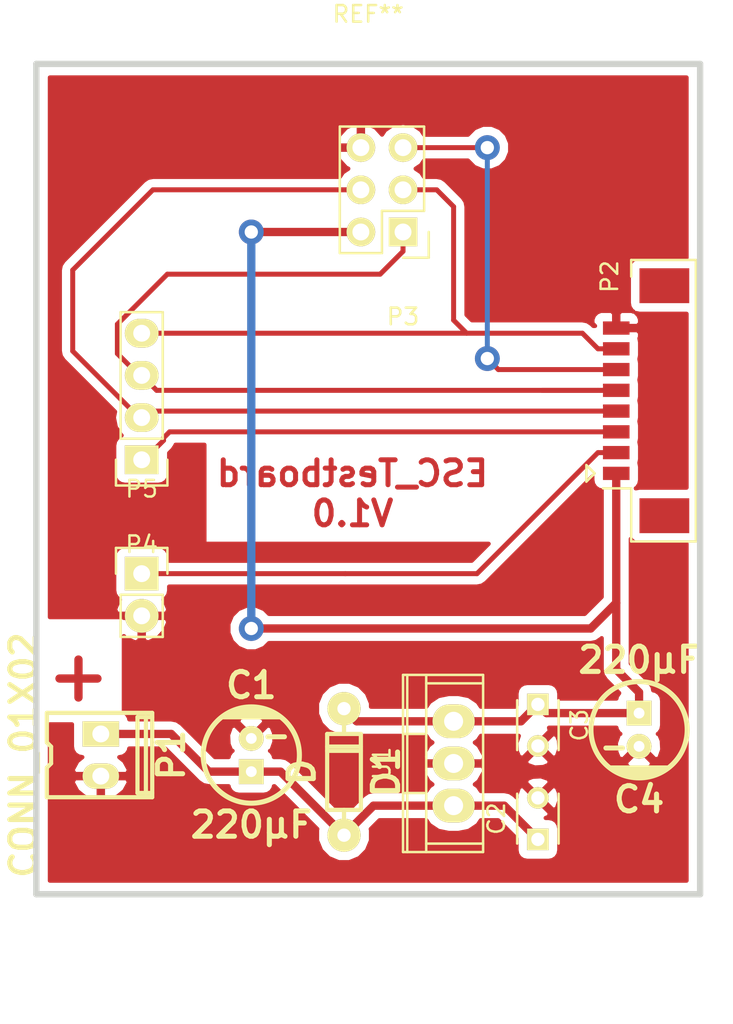
<source format=kicad_pcb>
(kicad_pcb (version 4) (host pcbnew 4.0.0-rc1-stable)

  (general
    (links 26)
    (no_connects 0)
    (area 120.096 48.13736 164.903 110.43724)
    (thickness 1.6)
    (drawings 2)
    (tracks 67)
    (zones 0)
    (modules 12)
    (nets 10)
  )

  (page A4)
  (layers
    (0 F.Cu signal)
    (31 B.Cu signal)
    (32 B.Adhes user)
    (33 F.Adhes user)
    (34 B.Paste user)
    (35 F.Paste user)
    (36 B.SilkS user)
    (37 F.SilkS user)
    (38 B.Mask user)
    (39 F.Mask user)
    (40 Dwgs.User user)
    (41 Cmts.User user)
    (42 Eco1.User user)
    (43 Eco2.User user)
    (44 Edge.Cuts user)
    (45 Margin user)
    (46 B.CrtYd user)
    (47 F.CrtYd user)
    (48 B.Fab user)
    (49 F.Fab user)
  )

  (setup
    (last_trace_width 0.3)
    (trace_clearance 0.3)
    (zone_clearance 0.5)
    (zone_45_only yes)
    (trace_min 0.2)
    (segment_width 0.2)
    (edge_width 0.15)
    (via_size 1.5)
    (via_drill 0.8)
    (via_min_size 0.4)
    (via_min_drill 0.3)
    (uvia_size 0.3)
    (uvia_drill 0.1)
    (uvias_allowed no)
    (uvia_min_size 0.2)
    (uvia_min_drill 0.1)
    (pcb_text_width 0.3)
    (pcb_text_size 1.5 1.5)
    (mod_edge_width 0.15)
    (mod_text_size 1 1)
    (mod_text_width 0.15)
    (pad_size 1.524 1.524)
    (pad_drill 0.762)
    (pad_to_mask_clearance 0.2)
    (aux_axis_origin 0 0)
    (visible_elements 7FFFFFFF)
    (pcbplotparams
      (layerselection 0x00000_80000000)
      (usegerberextensions false)
      (excludeedgelayer true)
      (linewidth 0.100000)
      (plotframeref false)
      (viasonmask false)
      (mode 1)
      (useauxorigin false)
      (hpglpennumber 1)
      (hpglpenspeed 20)
      (hpglpendiameter 15)
      (hpglpenoverlay 2)
      (psnegative false)
      (psa4output false)
      (plotreference true)
      (plotvalue true)
      (plotinvisibletext false)
      (padsonsilk false)
      (subtractmaskfromsilk false)
      (outputformat 1)
      (mirror false)
      (drillshape 0)
      (scaleselection 1)
      (outputdirectory ""))
  )

  (net 0 "")
  (net 1 "Net-(C1-Pad1)")
  (net 2 GND)
  (net 3 +5V)
  (net 4 /PPM)
  (net 5 /SS)
  (net 6 /MOSI)
  (net 7 /MISO)
  (net 8 /Reset)
  (net 9 /SCK)

  (net_class Default "Dies ist die voreingestellte Netzklasse."
    (clearance 0.3)
    (trace_width 0.3)
    (via_dia 1.5)
    (via_drill 0.8)
    (uvia_dia 0.3)
    (uvia_drill 0.1)
    (add_net /MISO)
    (add_net /MOSI)
    (add_net /PPM)
    (add_net /Reset)
    (add_net /SCK)
    (add_net /SS)
  )

  (net_class 5V ""
    (clearance 0.3)
    (trace_width 0.5)
    (via_dia 1.5)
    (via_drill 0.8)
    (uvia_dia 0.3)
    (uvia_drill 0.1)
    (add_net +5V)
  )

  (net_class Sup ""
    (clearance 0.3)
    (trace_width 0.5)
    (via_dia 1.5)
    (via_drill 0.8)
    (uvia_dia 0.3)
    (uvia_drill 0.1)
    (add_net GND)
    (add_net "Net-(C1-Pad1)")
  )

  (module Connectors_Molex:Connector_Molex_PicoBlade_53261-0871 (layer F.Cu) (tedit 0) (tstamp 564284A5)
    (at 160.528 72.644 90)
    (descr "Molex PicoBlade 1.25mm shrouded header. Right-angled, SMD. 8 ways")
    (path /56070B61)
    (fp_text reference P2 (at 7.475 -3.3 90) (layer F.SilkS)
      (effects (font (size 1 1) (thickness 0.15)))
    )
    (fp_text value CONN_BLDC (at 0 3.3 90) (layer F.Fab)
      (effects (font (size 1 1) (thickness 0.15)))
    )
    (fp_line (start -5.275 -3.7) (end -5.275 -2) (layer F.SilkS) (width 0.15))
    (fp_line (start -5.275 -2) (end -8.475 -2) (layer F.SilkS) (width 0.15))
    (fp_line (start -8.475 -2) (end -8.475 1.9) (layer F.SilkS) (width 0.15))
    (fp_line (start -8.475 1.9) (end 8.475 1.9) (layer F.SilkS) (width 0.15))
    (fp_line (start 8.475 1.9) (end 8.475 -2) (layer F.SilkS) (width 0.15))
    (fp_line (start 8.475 -2) (end 7.475 -2) (layer F.SilkS) (width 0.15))
    (fp_line (start -4.375 -4.2) (end -4.875 -4.7) (layer F.SilkS) (width 0.15))
    (fp_line (start -4.875 -4.7) (end -3.875 -4.7) (layer F.SilkS) (width 0.15))
    (fp_line (start -3.875 -4.7) (end -4.375 -4.2) (layer F.SilkS) (width 0.15))
    (fp_line (start -5.875 -2.1) (end -5.875 1.9) (layer F.Fab) (width 0.2))
    (fp_line (start -5.875 1.9) (end 5.875 1.9) (layer F.Fab) (width 0.2))
    (fp_line (start 5.875 1.9) (end 5.875 -2.1) (layer F.Fab) (width 0.2))
    (fp_line (start 5.875 -2.1) (end -5.875 -2.1) (layer F.Fab) (width 0.2))
    (fp_line (start 5.875 -1.5) (end 7.975 -1.5) (layer F.Fab) (width 0.2))
    (fp_line (start 7.975 -1.5) (end 7.975 1.5) (layer F.Fab) (width 0.2))
    (fp_line (start 7.975 1.5) (end 5.875 1.5) (layer F.Fab) (width 0.2))
    (fp_line (start -5.875 -1.5) (end -7.975 -1.5) (layer F.Fab) (width 0.2))
    (fp_line (start -7.975 -1.5) (end -7.975 1.5) (layer F.Fab) (width 0.2))
    (fp_line (start -7.975 1.5) (end -5.875 1.5) (layer F.Fab) (width 0.2))
    (fp_line (start -5.875 -2.1) (end -4.375 -0.6) (layer F.Fab) (width 0.2))
    (fp_line (start -4.375 -0.6) (end -2.875 -2.1) (layer F.Fab) (width 0.2))
    (pad 1 smd rect (at -4.375 -2.9 90) (size 0.8 1.6) (layers F.Cu F.Paste F.Mask)
      (net 3 +5V))
    (pad 2 smd rect (at -3.125 -2.9 90) (size 0.8 1.6) (layers F.Cu F.Paste F.Mask)
      (net 4 /PPM))
    (pad 3 smd rect (at -1.875 -2.9 90) (size 0.8 1.6) (layers F.Cu F.Paste F.Mask)
      (net 5 /SS))
    (pad 4 smd rect (at -0.625 -2.9 90) (size 0.8 1.6) (layers F.Cu F.Paste F.Mask)
      (net 6 /MOSI))
    (pad 5 smd rect (at 0.625 -2.9 90) (size 0.8 1.6) (layers F.Cu F.Paste F.Mask)
      (net 7 /MISO))
    (pad 6 smd rect (at 1.875 -2.9 90) (size 0.8 1.6) (layers F.Cu F.Paste F.Mask)
      (net 8 /Reset))
    (pad 7 smd rect (at 3.125 -2.9 90) (size 0.8 1.6) (layers F.Cu F.Paste F.Mask)
      (net 9 /SCK))
    (pad 8 smd rect (at 4.375 -2.9 90) (size 0.8 1.6) (layers F.Cu F.Paste F.Mask)
      (net 2 GND))
    (pad "" smd rect (at -6.925 0 90) (size 2.1 3) (layers F.Cu F.Paste F.Mask))
    (pad "" smd rect (at 6.925 0 90) (size 2.1 3) (layers F.Cu F.Paste F.Mask))
  )

  (module EuroBoard_Outline:EuroBoard_achtel_Type-I_40mmX50mm (layer F.Cu) (tedit 0) (tstamp 56071187)
    (at 122.682 102.362)
    (descr "Outline, Eurocard 1/8, Type I,  40x50mm,")
    (tags "Outline, Eurocard 1/8, Type I, 40x50mm,")
    (fp_text reference REF** (at 19.99996 -52.99964) (layer F.SilkS)
      (effects (font (size 1 1) (thickness 0.15)))
    )
    (fp_text value EuroBoard_achtel_Type-I_40mmX50mm (at 19.99996 7.00024) (layer F.Fab)
      (effects (font (size 1 1) (thickness 0.15)))
    )
    (fp_line (start 0 0) (end 39.99992 0) (layer Edge.Cuts) (width 0.381))
    (fp_line (start 39.99992 0) (end 39.99992 -49.9999) (layer Edge.Cuts) (width 0.381))
    (fp_line (start 39.99992 -49.9999) (end 0 -49.9999) (layer Edge.Cuts) (width 0.381))
    (fp_line (start 0 -49.9999) (end 0 0) (layer Edge.Cuts) (width 0.381))
  )

  (module w_capacitors:CP_5x5mm (layer F.Cu) (tedit 0) (tstamp 5607113D)
    (at 135.636 93.98)
    (descr "Capacitor, pol, cyl 5x5mm")
    (path /560710D5)
    (fp_text reference C1 (at 0 -4.2) (layer F.SilkS)
      (effects (font (thickness 0.3048)))
    )
    (fp_text value 220µF (at 0 4.2) (layer F.SilkS)
      (effects (font (thickness 0.3048)))
    )
    (fp_line (start -0.8 -2.7) (end 0.8 -2.7) (layer F.SilkS) (width 0.3048))
    (fp_line (start -1.3 -2.5) (end 1.3 -2.5) (layer F.SilkS) (width 0.3048))
    (fp_line (start -1.7 -2.3) (end 1.7 -2.3) (layer F.SilkS) (width 0.3048))
    (fp_circle (center 0 0) (end 2.9 0) (layer F.SilkS) (width 0.3048))
    (fp_line (start 1 -1.1) (end 2 -1.1) (layer F.SilkS) (width 0.3))
    (pad 1 thru_hole rect (at 0 1) (size 1.5 1.5) (drill 0.65) (layers *.Cu *.Mask F.SilkS)
      (net 1 "Net-(C1-Pad1)"))
    (pad 2 thru_hole circle (at 0 -1) (size 1.5 1.5) (drill 0.65) (layers *.Cu *.Mask F.SilkS)
      (net 2 GND))
    (model walter/capacitors/cp_5x5mm.wrl
      (at (xyz 0 0 0))
      (scale (xyz 1 1 1))
      (rotate (xyz 0 0 0))
    )
  )

  (module Capacitors_ThroughHole:C_Disc_D3_P2.5 (layer F.Cu) (tedit 0) (tstamp 56071143)
    (at 152.908 99.06 90)
    (descr "Capacitor 3mm Disc, Pitch 2.5mm")
    (tags Capacitor)
    (path /56070EF8)
    (fp_text reference C2 (at 1.25 -2.5 90) (layer F.SilkS)
      (effects (font (size 1 1) (thickness 0.15)))
    )
    (fp_text value 100nF (at 1.25 2.5 90) (layer F.Fab)
      (effects (font (size 1 1) (thickness 0.15)))
    )
    (fp_line (start -0.9 -1.5) (end 3.4 -1.5) (layer F.CrtYd) (width 0.05))
    (fp_line (start 3.4 -1.5) (end 3.4 1.5) (layer F.CrtYd) (width 0.05))
    (fp_line (start 3.4 1.5) (end -0.9 1.5) (layer F.CrtYd) (width 0.05))
    (fp_line (start -0.9 1.5) (end -0.9 -1.5) (layer F.CrtYd) (width 0.05))
    (fp_line (start -0.25 -1.25) (end 2.75 -1.25) (layer F.SilkS) (width 0.15))
    (fp_line (start 2.75 1.25) (end -0.25 1.25) (layer F.SilkS) (width 0.15))
    (pad 1 thru_hole rect (at 0 0 90) (size 1.3 1.3) (drill 0.8) (layers *.Cu *.Mask F.SilkS)
      (net 1 "Net-(C1-Pad1)"))
    (pad 2 thru_hole circle (at 2.5 0 90) (size 1.3 1.3) (drill 0.8001) (layers *.Cu *.Mask F.SilkS)
      (net 2 GND))
    (model Capacitors_ThroughHole.3dshapes/C_Disc_D3_P2.5.wrl
      (at (xyz 0.0492126 0 0))
      (scale (xyz 1 1 1))
      (rotate (xyz 0 0 0))
    )
  )

  (module Capacitors_ThroughHole:C_Disc_D3_P2.5 (layer F.Cu) (tedit 0) (tstamp 56071149)
    (at 152.908 90.932 270)
    (descr "Capacitor 3mm Disc, Pitch 2.5mm")
    (tags Capacitor)
    (path /56070FFA)
    (fp_text reference C3 (at 1.25 -2.5 270) (layer F.SilkS)
      (effects (font (size 1 1) (thickness 0.15)))
    )
    (fp_text value 100nF (at 1.25 2.5 270) (layer F.Fab)
      (effects (font (size 1 1) (thickness 0.15)))
    )
    (fp_line (start -0.9 -1.5) (end 3.4 -1.5) (layer F.CrtYd) (width 0.05))
    (fp_line (start 3.4 -1.5) (end 3.4 1.5) (layer F.CrtYd) (width 0.05))
    (fp_line (start 3.4 1.5) (end -0.9 1.5) (layer F.CrtYd) (width 0.05))
    (fp_line (start -0.9 1.5) (end -0.9 -1.5) (layer F.CrtYd) (width 0.05))
    (fp_line (start -0.25 -1.25) (end 2.75 -1.25) (layer F.SilkS) (width 0.15))
    (fp_line (start 2.75 1.25) (end -0.25 1.25) (layer F.SilkS) (width 0.15))
    (pad 1 thru_hole rect (at 0 0 270) (size 1.3 1.3) (drill 0.8) (layers *.Cu *.Mask F.SilkS)
      (net 3 +5V))
    (pad 2 thru_hole circle (at 2.5 0 270) (size 1.3 1.3) (drill 0.8001) (layers *.Cu *.Mask F.SilkS)
      (net 2 GND))
    (model Capacitors_ThroughHole.3dshapes/C_Disc_D3_P2.5.wrl
      (at (xyz 0.0492126 0 0))
      (scale (xyz 1 1 1))
      (rotate (xyz 0 0 0))
    )
  )

  (module w_capacitors:CP_5x5mm (layer F.Cu) (tedit 0) (tstamp 5607114F)
    (at 159.004 92.456 180)
    (descr "Capacitor, pol, cyl 5x5mm")
    (path /5607101F)
    (fp_text reference C4 (at 0 -4.2 180) (layer F.SilkS)
      (effects (font (thickness 0.3048)))
    )
    (fp_text value 220µF (at 0 4.2 180) (layer F.SilkS)
      (effects (font (thickness 0.3048)))
    )
    (fp_line (start -0.8 -2.7) (end 0.8 -2.7) (layer F.SilkS) (width 0.3048))
    (fp_line (start -1.3 -2.5) (end 1.3 -2.5) (layer F.SilkS) (width 0.3048))
    (fp_line (start -1.7 -2.3) (end 1.7 -2.3) (layer F.SilkS) (width 0.3048))
    (fp_circle (center 0 0) (end 2.9 0) (layer F.SilkS) (width 0.3048))
    (fp_line (start 1 -1.1) (end 2 -1.1) (layer F.SilkS) (width 0.3))
    (pad 1 thru_hole rect (at 0 1 180) (size 1.5 1.5) (drill 0.65) (layers *.Cu *.Mask F.SilkS)
      (net 3 +5V))
    (pad 2 thru_hole circle (at 0 -1 180) (size 1.5 1.5) (drill 0.65) (layers *.Cu *.Mask F.SilkS)
      (net 2 GND))
    (model walter/capacitors/cp_5x5mm.wrl
      (at (xyz 0 0 0))
      (scale (xyz 1 1 1))
      (rotate (xyz 0 0 0))
    )
  )

  (module w_pth_diodes:diode_do35 (layer F.Cu) (tedit 0) (tstamp 56071155)
    (at 141.224 94.996 90)
    (descr "Diode, DO-35 package")
    (path /5607111E)
    (fp_text reference D1 (at 0 2.54 90) (layer F.SilkS)
      (effects (font (thickness 0.3048)))
    )
    (fp_text value D (at 0 -2.54 90) (layer F.SilkS)
      (effects (font (thickness 0.3048)))
    )
    (fp_line (start 1.524 1.016) (end 1.524 -1.016) (layer F.SilkS) (width 0.254))
    (fp_line (start 1.27 -1.016) (end 1.27 1.016) (layer F.SilkS) (width 0.254))
    (fp_line (start 3.81 0) (end 2.286 0) (layer F.SilkS) (width 0.254))
    (fp_line (start -2.286 0) (end -3.81 0) (layer F.SilkS) (width 0.254))
    (fp_line (start -2.286 -1.016) (end 2.286 -1.016) (layer F.SilkS) (width 0.254))
    (fp_line (start 2.286 -1.016) (end 2.286 1.016) (layer F.SilkS) (width 0.254))
    (fp_line (start 2.286 1.016) (end -2.286 1.016) (layer F.SilkS) (width 0.254))
    (fp_line (start -2.286 1.016) (end -2.286 -1.016) (layer F.SilkS) (width 0.254))
    (pad 1 thru_hole circle (at -3.81 0 90) (size 1.99898 1.99898) (drill 0.8001) (layers *.Cu *.Mask F.SilkS)
      (net 1 "Net-(C1-Pad1)"))
    (pad 2 thru_hole circle (at 3.81 0 90) (size 1.99898 1.99898) (drill 0.8001) (layers *.Cu *.Mask F.SilkS)
      (net 3 +5V))
    (model walter/pth_diodes/diode_do35.wrl
      (at (xyz 0 0 0))
      (scale (xyz 1 1 1))
      (rotate (xyz 0 0 0))
    )
  )

  (module w_conn_kk100:kk100_22-23-2021 (layer F.Cu) (tedit 0) (tstamp 5607115B)
    (at 126.492 93.98 270)
    (descr "2 pin vert. connector, Molex KK100 series")
    (path /56070C90)
    (fp_text reference P1 (at 0 -4.318 270) (layer F.SilkS)
      (effects (font (thickness 0.3048)))
    )
    (fp_text value CONN_01X02 (at 0 4.572 270) (layer F.SilkS)
      (effects (font (thickness 0.3048)))
    )
    (fp_line (start -2.286 -2.286) (end 2.286 -2.286) (layer F.SilkS) (width 0.254))
    (fp_line (start 2.286 -2.794) (end -2.286 -2.794) (layer F.SilkS) (width 0.254))
    (fp_line (start 2.286 -2.286) (end 2.286 -3.175) (layer F.SilkS) (width 0.254))
    (fp_line (start -2.286 -2.286) (end -2.286 -3.175) (layer F.SilkS) (width 0.254))
    (fp_line (start -0.762 3.175) (end -2.54 3.175) (layer F.SilkS) (width 0.254))
    (fp_line (start 0.762 3.175) (end 2.54 3.175) (layer F.SilkS) (width 0.254))
    (fp_line (start 0.508 2.921) (end 0.762 3.175) (layer F.SilkS) (width 0.254))
    (fp_line (start -0.508 2.921) (end -0.762 3.175) (layer F.SilkS) (width 0.254))
    (fp_line (start -0.508 2.921) (end 0.508 2.921) (layer F.SilkS) (width 0.254))
    (fp_line (start 2.54 -3.175) (end 2.54 3.175) (layer F.SilkS) (width 0.254))
    (fp_line (start -2.54 3.175) (end -2.54 -3.175) (layer F.SilkS) (width 0.254))
    (fp_line (start -2.54 -3.175) (end 2.54 -3.175) (layer F.SilkS) (width 0.254))
    (pad 1 thru_hole rect (at -1.27 -0.0762 270) (size 1.524 2.1971) (drill 1.016) (layers *.Cu *.Mask F.SilkS)
      (net 1 "Net-(C1-Pad1)"))
    (pad 2 thru_hole oval (at 1.27 -0.0762 270) (size 1.524 2.1971) (drill 1.016) (layers *.Cu *.Mask F.SilkS)
      (net 2 GND))
    (model walter/conn_kk100/22-23-2021.wrl
      (at (xyz 0 0 0))
      (scale (xyz 1 1 1))
      (rotate (xyz 0 0 0))
    )
  )

  (module Pin_Headers:Pin_Header_Straight_2x03 (layer F.Cu) (tedit 54EA0A4B) (tstamp 56071171)
    (at 144.78 62.484 180)
    (descr "Through hole pin header")
    (tags "pin header")
    (path /56070D4B)
    (fp_text reference P3 (at 0 -5.1 180) (layer F.SilkS)
      (effects (font (size 1 1) (thickness 0.15)))
    )
    (fp_text value CONN_ISP (at 0 -3.1 180) (layer F.Fab)
      (effects (font (size 1 1) (thickness 0.15)))
    )
    (fp_line (start -1.27 1.27) (end -1.27 6.35) (layer F.SilkS) (width 0.15))
    (fp_line (start -1.55 -1.55) (end 0 -1.55) (layer F.SilkS) (width 0.15))
    (fp_line (start -1.75 -1.75) (end -1.75 6.85) (layer F.CrtYd) (width 0.05))
    (fp_line (start 4.3 -1.75) (end 4.3 6.85) (layer F.CrtYd) (width 0.05))
    (fp_line (start -1.75 -1.75) (end 4.3 -1.75) (layer F.CrtYd) (width 0.05))
    (fp_line (start -1.75 6.85) (end 4.3 6.85) (layer F.CrtYd) (width 0.05))
    (fp_line (start 1.27 -1.27) (end 1.27 1.27) (layer F.SilkS) (width 0.15))
    (fp_line (start 1.27 1.27) (end -1.27 1.27) (layer F.SilkS) (width 0.15))
    (fp_line (start -1.27 6.35) (end 3.81 6.35) (layer F.SilkS) (width 0.15))
    (fp_line (start 3.81 6.35) (end 3.81 1.27) (layer F.SilkS) (width 0.15))
    (fp_line (start -1.55 -1.55) (end -1.55 0) (layer F.SilkS) (width 0.15))
    (fp_line (start 3.81 -1.27) (end 1.27 -1.27) (layer F.SilkS) (width 0.15))
    (fp_line (start 3.81 1.27) (end 3.81 -1.27) (layer F.SilkS) (width 0.15))
    (pad 1 thru_hole rect (at 0 0 180) (size 1.7272 1.7272) (drill 1.016) (layers *.Cu *.Mask F.SilkS)
      (net 7 /MISO))
    (pad 2 thru_hole oval (at 2.54 0 180) (size 1.7272 1.7272) (drill 1.016) (layers *.Cu *.Mask F.SilkS)
      (net 3 +5V))
    (pad 3 thru_hole oval (at 0 2.54 180) (size 1.7272 1.7272) (drill 1.016) (layers *.Cu *.Mask F.SilkS)
      (net 9 /SCK))
    (pad 4 thru_hole oval (at 2.54 2.54 180) (size 1.7272 1.7272) (drill 1.016) (layers *.Cu *.Mask F.SilkS)
      (net 6 /MOSI))
    (pad 5 thru_hole oval (at 0 5.08 180) (size 1.7272 1.7272) (drill 1.016) (layers *.Cu *.Mask F.SilkS)
      (net 8 /Reset))
    (pad 6 thru_hole oval (at 2.54 5.08 180) (size 1.7272 1.7272) (drill 1.016) (layers *.Cu *.Mask F.SilkS)
      (net 2 GND))
    (model Pin_Headers.3dshapes/Pin_Header_Straight_2x03.wrl
      (at (xyz 0.05 -0.1 0))
      (scale (xyz 1 1 1))
      (rotate (xyz 0 0 90))
    )
  )

  (module Pin_Headers:Pin_Header_Straight_1x04 (layer F.Cu) (tedit 0) (tstamp 56071179)
    (at 129.032 76.2 180)
    (descr "Through hole pin header")
    (tags "pin header")
    (path /56070B9C)
    (fp_text reference P4 (at 0 -5.1 180) (layer F.SilkS)
      (effects (font (size 1 1) (thickness 0.15)))
    )
    (fp_text value CONN_SPI (at 0 -3.1 180) (layer F.Fab)
      (effects (font (size 1 1) (thickness 0.15)))
    )
    (fp_line (start -1.75 -1.75) (end -1.75 9.4) (layer F.CrtYd) (width 0.05))
    (fp_line (start 1.75 -1.75) (end 1.75 9.4) (layer F.CrtYd) (width 0.05))
    (fp_line (start -1.75 -1.75) (end 1.75 -1.75) (layer F.CrtYd) (width 0.05))
    (fp_line (start -1.75 9.4) (end 1.75 9.4) (layer F.CrtYd) (width 0.05))
    (fp_line (start -1.27 1.27) (end -1.27 8.89) (layer F.SilkS) (width 0.15))
    (fp_line (start 1.27 1.27) (end 1.27 8.89) (layer F.SilkS) (width 0.15))
    (fp_line (start 1.55 -1.55) (end 1.55 0) (layer F.SilkS) (width 0.15))
    (fp_line (start -1.27 8.89) (end 1.27 8.89) (layer F.SilkS) (width 0.15))
    (fp_line (start 1.27 1.27) (end -1.27 1.27) (layer F.SilkS) (width 0.15))
    (fp_line (start -1.55 0) (end -1.55 -1.55) (layer F.SilkS) (width 0.15))
    (fp_line (start -1.55 -1.55) (end 1.55 -1.55) (layer F.SilkS) (width 0.15))
    (pad 1 thru_hole rect (at 0 0 180) (size 2.032 1.7272) (drill 1.016) (layers *.Cu *.Mask F.SilkS)
      (net 5 /SS))
    (pad 2 thru_hole oval (at 0 2.54 180) (size 2.032 1.7272) (drill 1.016) (layers *.Cu *.Mask F.SilkS)
      (net 6 /MOSI))
    (pad 3 thru_hole oval (at 0 5.08 180) (size 2.032 1.7272) (drill 1.016) (layers *.Cu *.Mask F.SilkS)
      (net 7 /MISO))
    (pad 4 thru_hole oval (at 0 7.62 180) (size 2.032 1.7272) (drill 1.016) (layers *.Cu *.Mask F.SilkS)
      (net 9 /SCK))
    (model Pin_Headers.3dshapes/Pin_Header_Straight_1x04.wrl
      (at (xyz 0 -0.15 0))
      (scale (xyz 1 1 1))
      (rotate (xyz 0 0 90))
    )
  )

  (module Pin_Headers:Pin_Header_Straight_1x02 (layer F.Cu) (tedit 54EA090C) (tstamp 5607117F)
    (at 129.032 83.058)
    (descr "Through hole pin header")
    (tags "pin header")
    (path /56070C25)
    (fp_text reference P5 (at 0 -5.1) (layer F.SilkS)
      (effects (font (size 1 1) (thickness 0.15)))
    )
    (fp_text value CONN_PPM (at 0 -3.1) (layer F.Fab)
      (effects (font (size 1 1) (thickness 0.15)))
    )
    (fp_line (start 1.27 1.27) (end 1.27 3.81) (layer F.SilkS) (width 0.15))
    (fp_line (start 1.55 -1.55) (end 1.55 0) (layer F.SilkS) (width 0.15))
    (fp_line (start -1.75 -1.75) (end -1.75 4.3) (layer F.CrtYd) (width 0.05))
    (fp_line (start 1.75 -1.75) (end 1.75 4.3) (layer F.CrtYd) (width 0.05))
    (fp_line (start -1.75 -1.75) (end 1.75 -1.75) (layer F.CrtYd) (width 0.05))
    (fp_line (start -1.75 4.3) (end 1.75 4.3) (layer F.CrtYd) (width 0.05))
    (fp_line (start 1.27 1.27) (end -1.27 1.27) (layer F.SilkS) (width 0.15))
    (fp_line (start -1.55 0) (end -1.55 -1.55) (layer F.SilkS) (width 0.15))
    (fp_line (start -1.55 -1.55) (end 1.55 -1.55) (layer F.SilkS) (width 0.15))
    (fp_line (start -1.27 1.27) (end -1.27 3.81) (layer F.SilkS) (width 0.15))
    (fp_line (start -1.27 3.81) (end 1.27 3.81) (layer F.SilkS) (width 0.15))
    (pad 1 thru_hole rect (at 0 0) (size 2.032 2.032) (drill 1.016) (layers *.Cu *.Mask F.SilkS)
      (net 4 /PPM))
    (pad 2 thru_hole oval (at 0 2.54) (size 2.032 2.032) (drill 1.016) (layers *.Cu *.Mask F.SilkS)
      (net 2 GND))
    (model Pin_Headers.3dshapes/Pin_Header_Straight_1x02.wrl
      (at (xyz 0 -0.05 0))
      (scale (xyz 1 1 1))
      (rotate (xyz 0 0 90))
    )
  )

  (module Power_Integrations:TO-220 (layer F.Cu) (tedit 0) (tstamp 56071186)
    (at 147.828 94.488 90)
    (descr "Non Isolated JEDEC TO-220 Package")
    (tags "Power Integration YN Package")
    (path /56070ABF)
    (fp_text reference U1 (at 0 -4.318 90) (layer F.SilkS)
      (effects (font (size 1 1) (thickness 0.15)))
    )
    (fp_text value LM7805CT (at 0 -4.318 90) (layer F.Fab)
      (effects (font (size 1 1) (thickness 0.15)))
    )
    (fp_line (start 4.826 -1.651) (end 4.826 1.778) (layer F.SilkS) (width 0.15))
    (fp_line (start -4.826 -1.651) (end -4.826 1.778) (layer F.SilkS) (width 0.15))
    (fp_line (start 5.334 -2.794) (end -5.334 -2.794) (layer F.SilkS) (width 0.15))
    (fp_line (start 1.778 -1.778) (end 1.778 -3.048) (layer F.SilkS) (width 0.15))
    (fp_line (start -1.778 -1.778) (end -1.778 -3.048) (layer F.SilkS) (width 0.15))
    (fp_line (start -5.334 -1.651) (end 5.334 -1.651) (layer F.SilkS) (width 0.15))
    (fp_line (start 5.334 1.778) (end -5.334 1.778) (layer F.SilkS) (width 0.15))
    (fp_line (start -5.334 -3.048) (end -5.334 1.778) (layer F.SilkS) (width 0.15))
    (fp_line (start 5.334 -3.048) (end 5.334 1.778) (layer F.SilkS) (width 0.15))
    (fp_line (start 5.334 -3.048) (end -5.334 -3.048) (layer F.SilkS) (width 0.15))
    (pad 2 thru_hole oval (at 0 0 90) (size 2.032 2.54) (drill 1.143) (layers *.Cu *.Mask F.SilkS)
      (net 2 GND))
    (pad 3 thru_hole oval (at 2.54 0 90) (size 2.032 2.54) (drill 1.143) (layers *.Cu *.Mask F.SilkS)
      (net 3 +5V))
    (pad 1 thru_hole oval (at -2.54 0 90) (size 2.032 2.54) (drill 1.143) (layers *.Cu *.Mask F.SilkS)
      (net 1 "Net-(C1-Pad1)"))
  )

  (gr_text "ESC_Testboard\nV1.0\n" (at 141.732 78.232) (layer F.Cu)
    (effects (font (size 1.5 1.5) (thickness 0.3)) (justify mirror))
  )
  (gr_text + (at 125.222 89.154) (layer F.Cu)
    (effects (font (size 3 3) (thickness 0.5)) (justify mirror))
  )

  (segment (start 147.828 97.028) (end 150.876 97.028) (width 0.5) (layer F.Cu) (net 1))
  (segment (start 150.876 97.028) (end 152.908 99.06) (width 0.5) (layer F.Cu) (net 1))
  (segment (start 147.828 97.028) (end 143.002 97.028) (width 0.5) (layer F.Cu) (net 1))
  (segment (start 143.002 97.028) (end 141.224 98.806) (width 0.5) (layer F.Cu) (net 1))
  (segment (start 135.636 94.98) (end 137.398 94.98) (width 0.5) (layer F.Cu) (net 1))
  (segment (start 137.398 94.98) (end 141.224 98.806) (width 0.5) (layer F.Cu) (net 1))
  (segment (start 130.81 92.71) (end 133.08 94.98) (width 0.5) (layer F.Cu) (net 1))
  (segment (start 133.08 94.98) (end 135.636 94.98) (width 0.5) (layer F.Cu) (net 1))
  (segment (start 126.5682 92.71) (end 130.81 92.71) (width 0.5) (layer F.Cu) (net 1))
  (segment (start 157.628 88.83) (end 157.628 84.822811) (width 0.5) (layer F.Cu) (net 3))
  (segment (start 157.628 84.822811) (end 157.628 77.919) (width 0.5) (layer F.Cu) (net 3))
  (segment (start 156.090811 86.36) (end 157.628 84.822811) (width 0.5) (layer F.Cu) (net 3))
  (segment (start 135.636 86.36) (end 156.090811 86.36) (width 0.5) (layer F.Cu) (net 3))
  (via (at 135.636 86.36) (size 1.5) (drill 0.8) (layers F.Cu B.Cu) (net 3))
  (segment (start 135.636 62.484) (end 135.636 86.36) (width 0.5) (layer B.Cu) (net 3))
  (segment (start 142.24 62.484) (end 135.636 62.484) (width 0.5) (layer F.Cu) (net 3))
  (via (at 135.636 62.484) (size 1.5) (drill 0.8) (layers F.Cu B.Cu) (net 3))
  (segment (start 159.004 91.456) (end 159.004 90.206) (width 0.5) (layer F.Cu) (net 3))
  (segment (start 159.004 90.206) (end 157.628 88.83) (width 0.5) (layer F.Cu) (net 3))
  (segment (start 157.628 77.919) (end 157.628 77.019) (width 0.5) (layer F.Cu) (net 3))
  (segment (start 159.004 91.456) (end 153.432 91.456) (width 0.5) (layer F.Cu) (net 3))
  (segment (start 153.432 91.456) (end 152.908 90.932) (width 0.5) (layer F.Cu) (net 3))
  (segment (start 147.828 91.948) (end 151.892 91.948) (width 0.5) (layer F.Cu) (net 3))
  (segment (start 151.892 91.948) (end 152.908 90.932) (width 0.5) (layer F.Cu) (net 3))
  (segment (start 147.828 91.948) (end 141.986 91.948) (width 0.5) (layer F.Cu) (net 3))
  (segment (start 141.986 91.948) (end 141.224 91.186) (width 0.5) (layer F.Cu) (net 3))
  (segment (start 129.032 83.058) (end 141.301618 83.058) (width 0.3) (layer F.Cu) (net 4))
  (segment (start 157.628 75.769) (end 156.528 75.769) (width 0.3) (layer F.Cu) (net 4))
  (segment (start 156.528 75.769) (end 149.239 83.058) (width 0.3) (layer F.Cu) (net 4))
  (segment (start 149.239 83.058) (end 141.301618 83.058) (width 0.3) (layer F.Cu) (net 4))
  (segment (start 157.628 74.519) (end 130.713 74.519) (width 0.3) (layer F.Cu) (net 5))
  (segment (start 130.348 74.884) (end 130.348 75.0364) (width 0.3) (layer F.Cu) (net 5))
  (segment (start 130.713 74.519) (end 130.348 74.884) (width 0.3) (layer F.Cu) (net 5))
  (segment (start 130.348 75.0364) (end 129.1844 76.2) (width 0.3) (layer F.Cu) (net 5))
  (segment (start 129.1844 76.2) (end 129.032 76.2) (width 0.3) (layer F.Cu) (net 5))
  (segment (start 128.8796 73.66) (end 129.032 73.66) (width 0.3) (layer F.Cu) (net 6))
  (segment (start 124.875989 64.775468) (end 124.875989 69.656389) (width 0.3) (layer F.Cu) (net 6))
  (segment (start 124.875989 69.656389) (end 128.8796 73.66) (width 0.3) (layer F.Cu) (net 6))
  (segment (start 129.707457 59.944) (end 124.875989 64.775468) (width 0.3) (layer F.Cu) (net 6))
  (segment (start 142.24 59.944) (end 129.707457 59.944) (width 0.3) (layer F.Cu) (net 6))
  (segment (start 157.628 73.269) (end 129.423 73.269) (width 0.3) (layer F.Cu) (net 6))
  (segment (start 129.423 73.269) (end 129.032 73.66) (width 0.3) (layer F.Cu) (net 6))
  (segment (start 143.4036 65.024) (end 130.577875 65.024) (width 0.3) (layer F.Cu) (net 7))
  (segment (start 130.577875 65.024) (end 127.56599 68.035885) (width 0.3) (layer F.Cu) (net 7))
  (segment (start 127.56599 68.035885) (end 127.56599 69.80639) (width 0.3) (layer F.Cu) (net 7))
  (segment (start 127.56599 69.80639) (end 128.8796 71.12) (width 0.3) (layer F.Cu) (net 7))
  (segment (start 128.8796 71.12) (end 129.032 71.12) (width 0.3) (layer F.Cu) (net 7))
  (segment (start 144.78 63.6476) (end 143.4036 65.024) (width 0.3) (layer F.Cu) (net 7))
  (segment (start 144.78 62.484) (end 144.78 63.6476) (width 0.3) (layer F.Cu) (net 7))
  (segment (start 153.1514 72.019) (end 156.528 72.019) (width 0.3) (layer F.Cu) (net 7))
  (segment (start 156.528 72.019) (end 157.628 72.019) (width 0.3) (layer F.Cu) (net 7))
  (segment (start 157.628 72.019) (end 129.931 72.019) (width 0.3) (layer F.Cu) (net 7))
  (segment (start 129.931 72.019) (end 129.032 71.12) (width 0.3) (layer F.Cu) (net 7))
  (segment (start 149.86 57.404) (end 144.78 57.404) (width 0.3) (layer F.Cu) (net 8))
  (segment (start 149.86 70.104) (end 149.86 57.404) (width 0.3) (layer B.Cu) (net 8))
  (via (at 149.86 57.404) (size 1.5) (drill 0.8) (layers F.Cu B.Cu) (net 8))
  (segment (start 157.628 70.769) (end 150.525 70.769) (width 0.3) (layer F.Cu) (net 8))
  (segment (start 150.525 70.769) (end 149.86 70.104) (width 0.3) (layer F.Cu) (net 8))
  (via (at 149.86 70.104) (size 1.5) (drill 0.8) (layers F.Cu B.Cu) (net 8))
  (segment (start 129.032 68.58) (end 148.613725 68.58) (width 0.3) (layer F.Cu) (net 9))
  (segment (start 148.613725 68.58) (end 155.589 68.58) (width 0.3) (layer F.Cu) (net 9))
  (segment (start 147.828 60.96) (end 147.828 67.794275) (width 0.3) (layer F.Cu) (net 9))
  (segment (start 147.828 67.794275) (end 148.613725 68.58) (width 0.3) (layer F.Cu) (net 9))
  (segment (start 146.812 59.944) (end 147.828 60.96) (width 0.3) (layer F.Cu) (net 9))
  (segment (start 144.78 59.944) (end 146.812 59.944) (width 0.3) (layer F.Cu) (net 9))
  (segment (start 156.528 69.519) (end 157.628 69.519) (width 0.3) (layer F.Cu) (net 9))
  (segment (start 155.589 68.58) (end 156.528 69.519) (width 0.3) (layer F.Cu) (net 9))

  (zone (net 2) (net_name GND) (layer F.Cu) (tstamp 0) (hatch edge 0.508)
    (connect_pads (clearance 0.5))
    (min_thickness 0.254)
    (fill yes (arc_segments 16) (thermal_gap 0.508) (thermal_bridge_width 0.508) (smoothing chamfer))
    (polygon
      (pts
        (xy 122.936 52.324) (xy 162.56 52.324) (xy 162.56 102.108) (xy 122.936 102.108)
      )
    )
    (filled_polygon
      (pts
        (xy 161.86442 64.029717) (xy 159.028 64.029717) (xy 158.795648 64.073437) (xy 158.582247 64.210757) (xy 158.439083 64.420283)
        (xy 158.388717 64.669) (xy 158.388717 66.769) (xy 158.432437 67.001352) (xy 158.569757 67.214753) (xy 158.665071 67.279879)
        (xy 158.55431 67.234) (xy 157.91375 67.234) (xy 157.755 67.39275) (xy 157.755 68.142) (xy 158.90425 68.142)
        (xy 159.063 67.98325) (xy 159.063 67.742691) (xy 158.966327 67.509302) (xy 158.823998 67.366972) (xy 159.028 67.408283)
        (xy 161.86442 67.408283) (xy 161.86442 77.879717) (xy 159.028 77.879717) (xy 158.804576 77.921757) (xy 158.873753 77.877243)
        (xy 159.016917 77.667717) (xy 159.067283 77.419) (xy 159.067283 76.619) (xy 159.023563 76.386648) (xy 159.023293 76.386229)
        (xy 159.067283 76.169) (xy 159.067283 75.369) (xy 159.023563 75.136648) (xy 159.023293 75.136229) (xy 159.067283 74.919)
        (xy 159.067283 74.119) (xy 159.023563 73.886648) (xy 159.023293 73.886229) (xy 159.067283 73.669) (xy 159.067283 72.869)
        (xy 159.023563 72.636648) (xy 159.023293 72.636229) (xy 159.067283 72.419) (xy 159.067283 71.619) (xy 159.023563 71.386648)
        (xy 159.023293 71.386229) (xy 159.067283 71.169) (xy 159.067283 70.369) (xy 159.023563 70.136648) (xy 159.023293 70.136229)
        (xy 159.067283 69.919) (xy 159.067283 69.119) (xy 159.024064 68.889309) (xy 159.063 68.795309) (xy 159.063 68.55475)
        (xy 158.90425 68.396) (xy 157.755 68.396) (xy 157.755 68.416) (xy 157.501 68.416) (xy 157.501 68.396)
        (xy 157.481 68.396) (xy 157.481 68.142) (xy 157.501 68.142) (xy 157.501 67.39275) (xy 157.34225 67.234)
        (xy 156.70169 67.234) (xy 156.468301 67.330673) (xy 156.289673 67.509302) (xy 156.193 67.742691) (xy 156.193 67.98325)
        (xy 156.351748 68.141998) (xy 156.249842 68.141998) (xy 156.138422 68.030578) (xy 155.886345 67.862146) (xy 155.589 67.803)
        (xy 148.935569 67.803) (xy 148.605 67.472431) (xy 148.605 60.96) (xy 148.545854 60.662655) (xy 148.377422 60.410578)
        (xy 147.361422 59.394578) (xy 147.109345 59.226146) (xy 146.812 59.167) (xy 146.048311 59.167) (xy 145.863216 58.889987)
        (xy 145.539969 58.674) (xy 145.863216 58.458013) (xy 146.048311 58.181) (xy 148.691134 58.181) (xy 148.691956 58.182989)
        (xy 149.078974 58.570683) (xy 149.584896 58.78076) (xy 150.132701 58.781238) (xy 150.638989 58.572044) (xy 151.026683 58.185026)
        (xy 151.23676 57.679104) (xy 151.237238 57.131299) (xy 151.028044 56.625011) (xy 150.641026 56.237317) (xy 150.135104 56.02724)
        (xy 149.587299 56.026762) (xy 149.081011 56.235956) (xy 148.693317 56.622974) (xy 148.691645 56.627) (xy 146.048311 56.627)
        (xy 145.863216 56.349987) (xy 145.379631 56.026865) (xy 144.809203 55.9134) (xy 144.750797 55.9134) (xy 144.180369 56.026865)
        (xy 143.696784 56.349987) (xy 143.515546 56.621228) (xy 143.12849 56.197179) (xy 142.599027 55.949032) (xy 142.367 56.069531)
        (xy 142.367 57.277) (xy 142.387 57.277) (xy 142.387 57.531) (xy 142.367 57.531) (xy 142.367 57.551)
        (xy 142.113 57.551) (xy 142.113 57.531) (xy 140.906183 57.531) (xy 140.785042 57.763026) (xy 140.957312 58.178947)
        (xy 141.35151 58.610821) (xy 141.482621 58.672269) (xy 141.156784 58.889987) (xy 140.971689 59.167) (xy 129.707457 59.167)
        (xy 129.410112 59.226146) (xy 129.189473 59.373572) (xy 129.158035 59.394578) (xy 124.326567 64.226046) (xy 124.158135 64.478123)
        (xy 124.098989 64.775468) (xy 124.098989 69.656389) (xy 124.158135 69.953734) (xy 124.326567 70.205811) (xy 127.427149 73.306393)
        (xy 127.356812 73.66) (xy 127.470277 74.230428) (xy 127.793399 74.714013) (xy 127.82258 74.733511) (xy 127.783648 74.740837)
        (xy 127.570247 74.878157) (xy 127.427083 75.087683) (xy 127.376717 75.3364) (xy 127.376717 77.0636) (xy 127.420437 77.295952)
        (xy 127.557757 77.509353) (xy 127.767283 77.652517) (xy 128.016 77.702883) (xy 130.048 77.702883) (xy 130.280352 77.659163)
        (xy 130.493753 77.521843) (xy 130.636917 77.312317) (xy 130.687283 77.0636) (xy 130.687283 75.795961) (xy 130.897422 75.585822)
        (xy 131.065854 75.333745) (xy 131.073362 75.296) (xy 132.812143 75.296) (xy 132.812143 81.259) (xy 149.939156 81.259)
        (xy 148.917156 82.281) (xy 130.687283 82.281) (xy 130.687283 82.042) (xy 130.643563 81.809648) (xy 130.506243 81.596247)
        (xy 130.296717 81.453083) (xy 130.048 81.402717) (xy 128.016 81.402717) (xy 127.783648 81.446437) (xy 127.570247 81.583757)
        (xy 127.427083 81.793283) (xy 127.376717 82.042) (xy 127.376717 84.074) (xy 127.420437 84.306352) (xy 127.557757 84.519753)
        (xy 127.720444 84.630913) (xy 127.625615 84.733182) (xy 127.426025 85.215056) (xy 127.545164 85.471) (xy 128.905 85.471)
        (xy 128.905 85.451) (xy 129.159 85.451) (xy 129.159 85.471) (xy 130.518836 85.471) (xy 130.637975 85.215056)
        (xy 130.438385 84.733182) (xy 130.342382 84.629647) (xy 130.493753 84.532243) (xy 130.636917 84.322717) (xy 130.687283 84.074)
        (xy 130.687283 83.835) (xy 149.239 83.835) (xy 149.536345 83.775854) (xy 149.788422 83.607422) (xy 156.188717 77.207127)
        (xy 156.188717 77.419) (xy 156.232437 77.651352) (xy 156.369757 77.864753) (xy 156.579283 78.007917) (xy 156.751 78.04269)
        (xy 156.751 84.459546) (xy 155.727545 85.483) (xy 136.706204 85.483) (xy 136.417026 85.193317) (xy 135.911104 84.98324)
        (xy 135.363299 84.982762) (xy 134.857011 85.191956) (xy 134.469317 85.578974) (xy 134.25924 86.084896) (xy 134.258762 86.632701)
        (xy 134.467956 87.138989) (xy 134.854974 87.526683) (xy 135.360896 87.73676) (xy 135.908701 87.737238) (xy 136.414989 87.528044)
        (xy 136.706541 87.237) (xy 156.090811 87.237) (xy 156.426424 87.170242) (xy 156.710944 86.980133) (xy 156.751 86.940077)
        (xy 156.751 88.83) (xy 156.817758 89.165613) (xy 157.007867 89.450133) (xy 157.807128 90.249394) (xy 157.665083 90.457283)
        (xy 157.640435 90.579) (xy 154.197283 90.579) (xy 154.197283 90.282) (xy 154.153563 90.049648) (xy 154.016243 89.836247)
        (xy 153.806717 89.693083) (xy 153.558 89.642717) (xy 152.258 89.642717) (xy 152.025648 89.686437) (xy 151.812247 89.823757)
        (xy 151.669083 90.033283) (xy 151.618717 90.282) (xy 151.618717 90.981017) (xy 151.528734 91.071) (xy 149.471222 91.071)
        (xy 149.28094 90.786224) (xy 148.747913 90.430066) (xy 148.119164 90.305) (xy 147.536836 90.305) (xy 146.908087 90.430066)
        (xy 146.37506 90.786224) (xy 146.184778 91.071) (xy 142.850591 91.071) (xy 142.850772 90.86389) (xy 142.603675 90.265871)
        (xy 142.146536 89.807933) (xy 141.548948 89.559793) (xy 140.90189 89.559228) (xy 140.303871 89.806325) (xy 139.845933 90.263464)
        (xy 139.597793 90.861052) (xy 139.597228 91.50811) (xy 139.844325 92.106129) (xy 140.301464 92.564067) (xy 140.899052 92.812207)
        (xy 141.54611 92.812772) (xy 141.669082 92.761961) (xy 141.986 92.825001) (xy 141.986005 92.825) (xy 146.184778 92.825)
        (xy 146.37506 93.109776) (xy 146.550345 93.226898) (xy 146.316764 93.41037) (xy 146.000074 93.973523) (xy 145.968025 94.105056)
        (xy 146.087164 94.361) (xy 147.701 94.361) (xy 147.701 94.341) (xy 147.955 94.341) (xy 147.955 94.361)
        (xy 149.568836 94.361) (xy 149.582793 94.331016) (xy 152.18859 94.331016) (xy 152.244271 94.561611) (xy 152.727078 94.729622)
        (xy 153.237428 94.700083) (xy 153.571729 94.561611) (xy 153.604108 94.427517) (xy 158.212088 94.427517) (xy 158.280077 94.66846)
        (xy 158.799171 94.853201) (xy 159.349448 94.82523) (xy 159.727923 94.66846) (xy 159.795912 94.427517) (xy 159.004 93.635605)
        (xy 158.212088 94.427517) (xy 153.604108 94.427517) (xy 153.62741 94.331016) (xy 152.908 93.611605) (xy 152.18859 94.331016)
        (xy 149.582793 94.331016) (xy 149.687975 94.105056) (xy 149.655926 93.973523) (xy 149.339236 93.41037) (xy 149.105655 93.226898)
        (xy 149.28094 93.109776) (xy 149.471222 92.825) (xy 151.758648 92.825) (xy 151.610378 93.251078) (xy 151.639917 93.761428)
        (xy 151.778389 94.095729) (xy 152.008984 94.15141) (xy 152.728395 93.432) (xy 153.087605 93.432) (xy 153.807016 94.15141)
        (xy 154.037611 94.095729) (xy 154.205622 93.612922) (xy 154.176083 93.102572) (xy 154.037611 92.768271) (xy 153.807016 92.71259)
        (xy 153.087605 93.432) (xy 152.728395 93.432) (xy 152.714252 93.417858) (xy 152.893858 93.238252) (xy 152.908 93.252395)
        (xy 153.62741 92.532984) (xy 153.579121 92.333) (xy 157.638614 92.333) (xy 157.658437 92.438352) (xy 157.795757 92.651753)
        (xy 157.877723 92.707758) (xy 157.79154 92.732077) (xy 157.606799 93.251171) (xy 157.63477 93.801448) (xy 157.79154 94.179923)
        (xy 158.032483 94.247912) (xy 158.824395 93.456) (xy 158.810253 93.441858) (xy 158.989858 93.262253) (xy 159.004 93.276395)
        (xy 159.018143 93.262253) (xy 159.197748 93.441858) (xy 159.183605 93.456) (xy 159.975517 94.247912) (xy 160.21646 94.179923)
        (xy 160.401201 93.660829) (xy 160.37323 93.110552) (xy 160.21646 92.732077) (xy 160.131564 92.708121) (xy 160.199753 92.664243)
        (xy 160.342917 92.454717) (xy 160.393283 92.206) (xy 160.393283 90.706) (xy 160.349563 90.473648) (xy 160.212243 90.260247)
        (xy 160.002717 90.117083) (xy 159.857463 90.087669) (xy 159.814242 89.870387) (xy 159.624133 89.585867) (xy 158.505 88.466734)
        (xy 158.505 84.822816) (xy 158.505001 84.822811) (xy 158.505 84.822806) (xy 158.505 80.964118) (xy 158.569757 81.064753)
        (xy 158.779283 81.207917) (xy 159.028 81.258283) (xy 161.86442 81.258283) (xy 161.86442 101.5445) (xy 123.4995 101.5445)
        (xy 123.4995 95.59307) (xy 124.87743 95.59307) (xy 124.89239 95.667277) (xy 125.15402 96.148026) (xy 125.579709 96.492059)
        (xy 126.10465 96.647) (xy 126.4412 96.647) (xy 126.4412 95.377) (xy 126.6952 95.377) (xy 126.6952 96.647)
        (xy 127.03175 96.647) (xy 127.556691 96.492059) (xy 127.98238 96.148026) (xy 128.24401 95.667277) (xy 128.25897 95.59307)
        (xy 128.13647 95.377) (xy 126.6952 95.377) (xy 126.4412 95.377) (xy 124.99993 95.377) (xy 124.87743 95.59307)
        (xy 123.4995 95.59307) (xy 123.4995 92.131) (xy 124.830367 92.131) (xy 124.830367 93.472) (xy 124.874087 93.704352)
        (xy 125.011407 93.917753) (xy 125.220933 94.060917) (xy 125.455408 94.108399) (xy 125.15402 94.351974) (xy 124.89239 94.832723)
        (xy 124.87743 94.90693) (xy 124.99993 95.123) (xy 126.4412 95.123) (xy 126.4412 95.103) (xy 126.6952 95.103)
        (xy 126.6952 95.123) (xy 128.13647 95.123) (xy 128.25897 94.90693) (xy 128.24401 94.832723) (xy 127.98238 94.351974)
        (xy 127.681197 94.108565) (xy 127.899102 94.067563) (xy 128.112503 93.930243) (xy 128.255667 93.720717) (xy 128.282745 93.587)
        (xy 130.446734 93.587) (xy 132.459865 95.60013) (xy 132.459867 95.600133) (xy 132.550938 95.660984) (xy 132.744387 95.790242)
        (xy 133.08 95.857001) (xy 133.080005 95.857) (xy 134.270614 95.857) (xy 134.290437 95.962352) (xy 134.427757 96.175753)
        (xy 134.637283 96.318917) (xy 134.886 96.369283) (xy 136.386 96.369283) (xy 136.618352 96.325563) (xy 136.831753 96.188243)
        (xy 136.974917 95.978717) (xy 136.999565 95.857) (xy 137.034734 95.857) (xy 139.615689 98.437955) (xy 139.597793 98.481052)
        (xy 139.597228 99.12811) (xy 139.844325 99.726129) (xy 140.301464 100.184067) (xy 140.899052 100.432207) (xy 141.54611 100.432772)
        (xy 142.144129 100.185675) (xy 142.602067 99.728536) (xy 142.850207 99.130948) (xy 142.850772 98.48389) (xy 142.831944 98.438322)
        (xy 143.365265 97.905) (xy 146.184778 97.905) (xy 146.37506 98.189776) (xy 146.908087 98.545934) (xy 147.536836 98.671)
        (xy 148.119164 98.671) (xy 148.747913 98.545934) (xy 149.28094 98.189776) (xy 149.471222 97.905) (xy 150.512734 97.905)
        (xy 151.618717 99.010983) (xy 151.618717 99.71) (xy 151.662437 99.942352) (xy 151.799757 100.155753) (xy 152.009283 100.298917)
        (xy 152.258 100.349283) (xy 153.558 100.349283) (xy 153.790352 100.305563) (xy 154.003753 100.168243) (xy 154.146917 99.958717)
        (xy 154.197283 99.71) (xy 154.197283 98.41) (xy 154.153563 98.177648) (xy 154.016243 97.964247) (xy 153.806717 97.821083)
        (xy 153.558 97.770717) (xy 153.375922 97.770717) (xy 153.571729 97.689611) (xy 153.62741 97.459016) (xy 152.908 96.739605)
        (xy 152.893858 96.753748) (xy 152.714252 96.574142) (xy 152.728395 96.56) (xy 153.087605 96.56) (xy 153.807016 97.27941)
        (xy 154.037611 97.223729) (xy 154.205622 96.740922) (xy 154.176083 96.230572) (xy 154.037611 95.896271) (xy 153.807016 95.84059)
        (xy 153.087605 96.56) (xy 152.728395 96.56) (xy 152.008984 95.84059) (xy 151.778389 95.896271) (xy 151.610378 96.379078)
        (xy 151.619165 96.530899) (xy 151.496133 96.407867) (xy 151.211613 96.217758) (xy 150.876 96.151) (xy 149.471222 96.151)
        (xy 149.28094 95.866224) (xy 149.105655 95.749102) (xy 149.217839 95.660984) (xy 152.18859 95.660984) (xy 152.908 96.380395)
        (xy 153.62741 95.660984) (xy 153.571729 95.430389) (xy 153.088922 95.262378) (xy 152.578572 95.291917) (xy 152.244271 95.430389)
        (xy 152.18859 95.660984) (xy 149.217839 95.660984) (xy 149.339236 95.56563) (xy 149.655926 95.002477) (xy 149.687975 94.870944)
        (xy 149.568836 94.615) (xy 147.955 94.615) (xy 147.955 94.635) (xy 147.701 94.635) (xy 147.701 94.615)
        (xy 146.087164 94.615) (xy 145.968025 94.870944) (xy 146.000074 95.002477) (xy 146.316764 95.56563) (xy 146.550345 95.749102)
        (xy 146.37506 95.866224) (xy 146.184778 96.151) (xy 143.002005 96.151) (xy 143.002 96.150999) (xy 142.666387 96.217758)
        (xy 142.381867 96.407867) (xy 142.381865 96.40787) (xy 141.592046 97.197689) (xy 141.548948 97.179793) (xy 140.90189 97.179228)
        (xy 140.856322 97.198056) (xy 138.018133 94.359867) (xy 137.733613 94.169758) (xy 137.398 94.103) (xy 137.001386 94.103)
        (xy 136.981563 93.997648) (xy 136.844243 93.784247) (xy 136.762277 93.728242) (xy 136.84846 93.703923) (xy 137.033201 93.184829)
        (xy 137.00523 92.634552) (xy 136.84846 92.256077) (xy 136.607517 92.188088) (xy 135.815605 92.98) (xy 135.829748 92.994143)
        (xy 135.650143 93.173748) (xy 135.636 93.159605) (xy 135.621858 93.173748) (xy 135.442253 92.994143) (xy 135.456395 92.98)
        (xy 134.664483 92.188088) (xy 134.42354 92.256077) (xy 134.238799 92.775171) (xy 134.26677 93.325448) (xy 134.42354 93.703923)
        (xy 134.508436 93.727879) (xy 134.440247 93.771757) (xy 134.297083 93.981283) (xy 134.272435 94.103) (xy 133.443265 94.103)
        (xy 131.430133 92.089867) (xy 131.308333 92.008483) (xy 134.844088 92.008483) (xy 135.636 92.800395) (xy 136.427912 92.008483)
        (xy 136.359923 91.76754) (xy 135.840829 91.582799) (xy 135.290552 91.61077) (xy 134.912077 91.76754) (xy 134.844088 92.008483)
        (xy 131.308333 92.008483) (xy 131.145613 91.899758) (xy 130.81 91.833) (xy 128.284394 91.833) (xy 128.262313 91.715648)
        (xy 128.124993 91.502247) (xy 127.956143 91.386876) (xy 127.956143 86.819278) (xy 128.063621 86.935188) (xy 128.649054 87.203983)
        (xy 128.905 87.085367) (xy 128.905 85.725) (xy 129.159 85.725) (xy 129.159 87.085367) (xy 129.414946 87.203983)
        (xy 130.000379 86.935188) (xy 130.438385 86.462818) (xy 130.637975 85.980944) (xy 130.518836 85.725) (xy 129.159 85.725)
        (xy 128.905 85.725) (xy 127.956143 85.725) (xy 127.956143 85.677) (xy 123.4995 85.677) (xy 123.4995 57.044974)
        (xy 140.785042 57.044974) (xy 140.906183 57.277) (xy 142.113 57.277) (xy 142.113 56.069531) (xy 141.880973 55.949032)
        (xy 141.35151 56.197179) (xy 140.957312 56.629053) (xy 140.785042 57.044974) (xy 123.4995 57.044974) (xy 123.4995 53.1796)
        (xy 161.86442 53.1796)
      )
    )
  )
)

</source>
